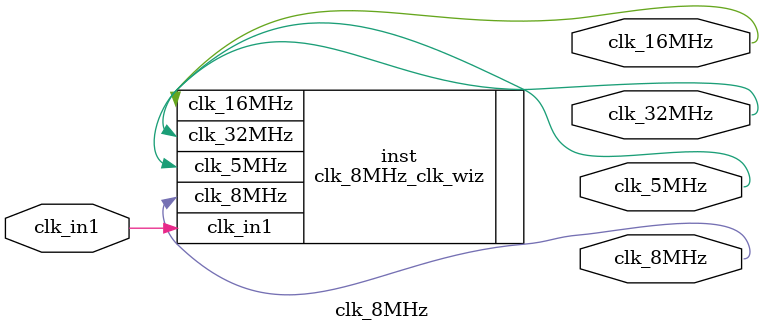
<source format=v>


`timescale 1ps/1ps

(* CORE_GENERATION_INFO = "clk_8MHz,clk_wiz_v6_0_13_0_0,{component_name=clk_8MHz,use_phase_alignment=true,use_min_o_jitter=false,use_max_i_jitter=false,use_dyn_phase_shift=false,use_inclk_switchover=false,use_dyn_reconfig=false,enable_axi=0,feedback_source=FDBK_AUTO,PRIMITIVE=MMCM,num_out_clk=4,clkin1_period=83.333,clkin2_period=10.0,use_power_down=false,use_reset=false,use_locked=false,use_inclk_stopped=false,feedback_type=SINGLE,CLOCK_MGR_TYPE=NA,manual_override=false}" *)

module clk_8MHz 
 (
  // Clock out ports
  output        clk_5MHz,
  output        clk_8MHz,
  output        clk_16MHz,
  output        clk_32MHz,
 // Clock in ports
  input         clk_in1
 );

  clk_8MHz_clk_wiz inst
  (
  // Clock out ports  
  .clk_5MHz(clk_5MHz),
  .clk_8MHz(clk_8MHz),
  .clk_16MHz(clk_16MHz),
  .clk_32MHz(clk_32MHz),
 // Clock in ports
  .clk_in1(clk_in1)
  );

endmodule

</source>
